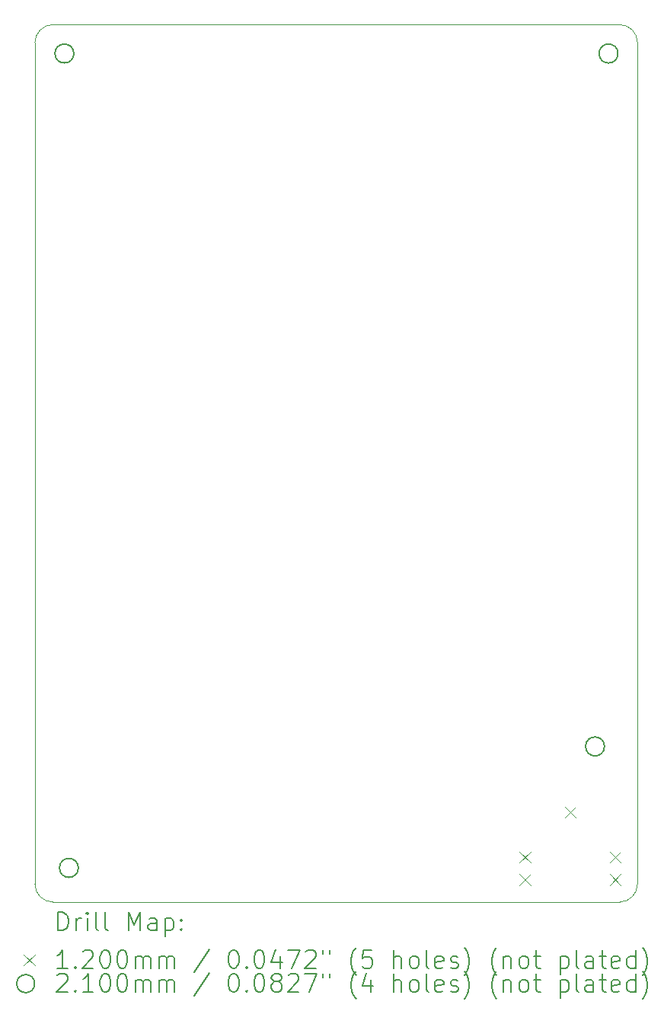
<source format=gbr>
%TF.GenerationSoftware,KiCad,Pcbnew,9.0.0*%
%TF.CreationDate,2025-04-29T20:47:37-04:00*%
%TF.ProjectId,mp3_player,6d70335f-706c-4617-9965-722e6b696361,rev?*%
%TF.SameCoordinates,Original*%
%TF.FileFunction,Drillmap*%
%TF.FilePolarity,Positive*%
%FSLAX45Y45*%
G04 Gerber Fmt 4.5, Leading zero omitted, Abs format (unit mm)*
G04 Created by KiCad (PCBNEW 9.0.0) date 2025-04-29 20:47:37*
%MOMM*%
%LPD*%
G01*
G04 APERTURE LIST*
%ADD10C,0.050000*%
%ADD11C,0.200000*%
%ADD12C,0.120000*%
%ADD13C,0.210000*%
G04 APERTURE END LIST*
D10*
X10672438Y-5179300D02*
G75*
G02*
X10872438Y-4979298I200003J0D01*
G01*
X10872438Y-14729300D02*
G75*
G02*
X10672440Y-14529300I3J200000D01*
G01*
X17172438Y-4979300D02*
G75*
G02*
X17372440Y-5179300I3J-200000D01*
G01*
X17372438Y-14529300D02*
G75*
G02*
X17172438Y-14729297I-199998J0D01*
G01*
X10672438Y-14529300D02*
X10672438Y-5179300D01*
X10872438Y-4979300D02*
X17172438Y-4979300D01*
X17172438Y-14729300D02*
X10872438Y-14729300D01*
X17372438Y-5179300D02*
X17372438Y-14529300D01*
D11*
D12*
X16062437Y-14169300D02*
X16182437Y-14289300D01*
X16182437Y-14169300D02*
X16062437Y-14289300D01*
X16062437Y-14419300D02*
X16182437Y-14539300D01*
X16182437Y-14419300D02*
X16062437Y-14539300D01*
X16562437Y-13669300D02*
X16682437Y-13789300D01*
X16682437Y-13669300D02*
X16562437Y-13789300D01*
X17062438Y-14169300D02*
X17182438Y-14289300D01*
X17182438Y-14169300D02*
X17062438Y-14289300D01*
X17062438Y-14419300D02*
X17182438Y-14539300D01*
X17182438Y-14419300D02*
X17062438Y-14539300D01*
D13*
X11105000Y-5300000D02*
G75*
G02*
X10895000Y-5300000I-105000J0D01*
G01*
X10895000Y-5300000D02*
G75*
G02*
X11105000Y-5300000I105000J0D01*
G01*
X11155000Y-14350000D02*
G75*
G02*
X10945000Y-14350000I-105000J0D01*
G01*
X10945000Y-14350000D02*
G75*
G02*
X11155000Y-14350000I105000J0D01*
G01*
X17005000Y-13000000D02*
G75*
G02*
X16795000Y-13000000I-105000J0D01*
G01*
X16795000Y-13000000D02*
G75*
G02*
X17005000Y-13000000I105000J0D01*
G01*
X17155000Y-5300000D02*
G75*
G02*
X16945000Y-5300000I-105000J0D01*
G01*
X16945000Y-5300000D02*
G75*
G02*
X17155000Y-5300000I105000J0D01*
G01*
D11*
X10930714Y-15043284D02*
X10930714Y-14843284D01*
X10930714Y-14843284D02*
X10978333Y-14843284D01*
X10978333Y-14843284D02*
X11006905Y-14852808D01*
X11006905Y-14852808D02*
X11025952Y-14871855D01*
X11025952Y-14871855D02*
X11035476Y-14890903D01*
X11035476Y-14890903D02*
X11045000Y-14928998D01*
X11045000Y-14928998D02*
X11045000Y-14957569D01*
X11045000Y-14957569D02*
X11035476Y-14995665D01*
X11035476Y-14995665D02*
X11025952Y-15014712D01*
X11025952Y-15014712D02*
X11006905Y-15033760D01*
X11006905Y-15033760D02*
X10978333Y-15043284D01*
X10978333Y-15043284D02*
X10930714Y-15043284D01*
X11130714Y-15043284D02*
X11130714Y-14909950D01*
X11130714Y-14948046D02*
X11140238Y-14928998D01*
X11140238Y-14928998D02*
X11149762Y-14919474D01*
X11149762Y-14919474D02*
X11168810Y-14909950D01*
X11168810Y-14909950D02*
X11187857Y-14909950D01*
X11254524Y-15043284D02*
X11254524Y-14909950D01*
X11254524Y-14843284D02*
X11245000Y-14852808D01*
X11245000Y-14852808D02*
X11254524Y-14862331D01*
X11254524Y-14862331D02*
X11264048Y-14852808D01*
X11264048Y-14852808D02*
X11254524Y-14843284D01*
X11254524Y-14843284D02*
X11254524Y-14862331D01*
X11378333Y-15043284D02*
X11359286Y-15033760D01*
X11359286Y-15033760D02*
X11349762Y-15014712D01*
X11349762Y-15014712D02*
X11349762Y-14843284D01*
X11483095Y-15043284D02*
X11464048Y-15033760D01*
X11464048Y-15033760D02*
X11454524Y-15014712D01*
X11454524Y-15014712D02*
X11454524Y-14843284D01*
X11711667Y-15043284D02*
X11711667Y-14843284D01*
X11711667Y-14843284D02*
X11778333Y-14986141D01*
X11778333Y-14986141D02*
X11845000Y-14843284D01*
X11845000Y-14843284D02*
X11845000Y-15043284D01*
X12025952Y-15043284D02*
X12025952Y-14938522D01*
X12025952Y-14938522D02*
X12016429Y-14919474D01*
X12016429Y-14919474D02*
X11997381Y-14909950D01*
X11997381Y-14909950D02*
X11959286Y-14909950D01*
X11959286Y-14909950D02*
X11940238Y-14919474D01*
X12025952Y-15033760D02*
X12006905Y-15043284D01*
X12006905Y-15043284D02*
X11959286Y-15043284D01*
X11959286Y-15043284D02*
X11940238Y-15033760D01*
X11940238Y-15033760D02*
X11930714Y-15014712D01*
X11930714Y-15014712D02*
X11930714Y-14995665D01*
X11930714Y-14995665D02*
X11940238Y-14976617D01*
X11940238Y-14976617D02*
X11959286Y-14967093D01*
X11959286Y-14967093D02*
X12006905Y-14967093D01*
X12006905Y-14967093D02*
X12025952Y-14957569D01*
X12121190Y-14909950D02*
X12121190Y-15109950D01*
X12121190Y-14919474D02*
X12140238Y-14909950D01*
X12140238Y-14909950D02*
X12178333Y-14909950D01*
X12178333Y-14909950D02*
X12197381Y-14919474D01*
X12197381Y-14919474D02*
X12206905Y-14928998D01*
X12206905Y-14928998D02*
X12216429Y-14948046D01*
X12216429Y-14948046D02*
X12216429Y-15005188D01*
X12216429Y-15005188D02*
X12206905Y-15024236D01*
X12206905Y-15024236D02*
X12197381Y-15033760D01*
X12197381Y-15033760D02*
X12178333Y-15043284D01*
X12178333Y-15043284D02*
X12140238Y-15043284D01*
X12140238Y-15043284D02*
X12121190Y-15033760D01*
X12302143Y-15024236D02*
X12311667Y-15033760D01*
X12311667Y-15033760D02*
X12302143Y-15043284D01*
X12302143Y-15043284D02*
X12292619Y-15033760D01*
X12292619Y-15033760D02*
X12302143Y-15024236D01*
X12302143Y-15024236D02*
X12302143Y-15043284D01*
X12302143Y-14919474D02*
X12311667Y-14928998D01*
X12311667Y-14928998D02*
X12302143Y-14938522D01*
X12302143Y-14938522D02*
X12292619Y-14928998D01*
X12292619Y-14928998D02*
X12302143Y-14919474D01*
X12302143Y-14919474D02*
X12302143Y-14938522D01*
D12*
X10549938Y-15311800D02*
X10669938Y-15431800D01*
X10669938Y-15311800D02*
X10549938Y-15431800D01*
D11*
X11035476Y-15463284D02*
X10921191Y-15463284D01*
X10978333Y-15463284D02*
X10978333Y-15263284D01*
X10978333Y-15263284D02*
X10959286Y-15291855D01*
X10959286Y-15291855D02*
X10940238Y-15310903D01*
X10940238Y-15310903D02*
X10921191Y-15320427D01*
X11121191Y-15444236D02*
X11130714Y-15453760D01*
X11130714Y-15453760D02*
X11121191Y-15463284D01*
X11121191Y-15463284D02*
X11111667Y-15453760D01*
X11111667Y-15453760D02*
X11121191Y-15444236D01*
X11121191Y-15444236D02*
X11121191Y-15463284D01*
X11206905Y-15282331D02*
X11216429Y-15272808D01*
X11216429Y-15272808D02*
X11235476Y-15263284D01*
X11235476Y-15263284D02*
X11283095Y-15263284D01*
X11283095Y-15263284D02*
X11302143Y-15272808D01*
X11302143Y-15272808D02*
X11311667Y-15282331D01*
X11311667Y-15282331D02*
X11321190Y-15301379D01*
X11321190Y-15301379D02*
X11321190Y-15320427D01*
X11321190Y-15320427D02*
X11311667Y-15348998D01*
X11311667Y-15348998D02*
X11197381Y-15463284D01*
X11197381Y-15463284D02*
X11321190Y-15463284D01*
X11445000Y-15263284D02*
X11464048Y-15263284D01*
X11464048Y-15263284D02*
X11483095Y-15272808D01*
X11483095Y-15272808D02*
X11492619Y-15282331D01*
X11492619Y-15282331D02*
X11502143Y-15301379D01*
X11502143Y-15301379D02*
X11511667Y-15339474D01*
X11511667Y-15339474D02*
X11511667Y-15387093D01*
X11511667Y-15387093D02*
X11502143Y-15425188D01*
X11502143Y-15425188D02*
X11492619Y-15444236D01*
X11492619Y-15444236D02*
X11483095Y-15453760D01*
X11483095Y-15453760D02*
X11464048Y-15463284D01*
X11464048Y-15463284D02*
X11445000Y-15463284D01*
X11445000Y-15463284D02*
X11425952Y-15453760D01*
X11425952Y-15453760D02*
X11416429Y-15444236D01*
X11416429Y-15444236D02*
X11406905Y-15425188D01*
X11406905Y-15425188D02*
X11397381Y-15387093D01*
X11397381Y-15387093D02*
X11397381Y-15339474D01*
X11397381Y-15339474D02*
X11406905Y-15301379D01*
X11406905Y-15301379D02*
X11416429Y-15282331D01*
X11416429Y-15282331D02*
X11425952Y-15272808D01*
X11425952Y-15272808D02*
X11445000Y-15263284D01*
X11635476Y-15263284D02*
X11654524Y-15263284D01*
X11654524Y-15263284D02*
X11673571Y-15272808D01*
X11673571Y-15272808D02*
X11683095Y-15282331D01*
X11683095Y-15282331D02*
X11692619Y-15301379D01*
X11692619Y-15301379D02*
X11702143Y-15339474D01*
X11702143Y-15339474D02*
X11702143Y-15387093D01*
X11702143Y-15387093D02*
X11692619Y-15425188D01*
X11692619Y-15425188D02*
X11683095Y-15444236D01*
X11683095Y-15444236D02*
X11673571Y-15453760D01*
X11673571Y-15453760D02*
X11654524Y-15463284D01*
X11654524Y-15463284D02*
X11635476Y-15463284D01*
X11635476Y-15463284D02*
X11616429Y-15453760D01*
X11616429Y-15453760D02*
X11606905Y-15444236D01*
X11606905Y-15444236D02*
X11597381Y-15425188D01*
X11597381Y-15425188D02*
X11587857Y-15387093D01*
X11587857Y-15387093D02*
X11587857Y-15339474D01*
X11587857Y-15339474D02*
X11597381Y-15301379D01*
X11597381Y-15301379D02*
X11606905Y-15282331D01*
X11606905Y-15282331D02*
X11616429Y-15272808D01*
X11616429Y-15272808D02*
X11635476Y-15263284D01*
X11787857Y-15463284D02*
X11787857Y-15329950D01*
X11787857Y-15348998D02*
X11797381Y-15339474D01*
X11797381Y-15339474D02*
X11816429Y-15329950D01*
X11816429Y-15329950D02*
X11845000Y-15329950D01*
X11845000Y-15329950D02*
X11864048Y-15339474D01*
X11864048Y-15339474D02*
X11873571Y-15358522D01*
X11873571Y-15358522D02*
X11873571Y-15463284D01*
X11873571Y-15358522D02*
X11883095Y-15339474D01*
X11883095Y-15339474D02*
X11902143Y-15329950D01*
X11902143Y-15329950D02*
X11930714Y-15329950D01*
X11930714Y-15329950D02*
X11949762Y-15339474D01*
X11949762Y-15339474D02*
X11959286Y-15358522D01*
X11959286Y-15358522D02*
X11959286Y-15463284D01*
X12054524Y-15463284D02*
X12054524Y-15329950D01*
X12054524Y-15348998D02*
X12064048Y-15339474D01*
X12064048Y-15339474D02*
X12083095Y-15329950D01*
X12083095Y-15329950D02*
X12111667Y-15329950D01*
X12111667Y-15329950D02*
X12130714Y-15339474D01*
X12130714Y-15339474D02*
X12140238Y-15358522D01*
X12140238Y-15358522D02*
X12140238Y-15463284D01*
X12140238Y-15358522D02*
X12149762Y-15339474D01*
X12149762Y-15339474D02*
X12168810Y-15329950D01*
X12168810Y-15329950D02*
X12197381Y-15329950D01*
X12197381Y-15329950D02*
X12216429Y-15339474D01*
X12216429Y-15339474D02*
X12225952Y-15358522D01*
X12225952Y-15358522D02*
X12225952Y-15463284D01*
X12616429Y-15253760D02*
X12445000Y-15510903D01*
X12873572Y-15263284D02*
X12892619Y-15263284D01*
X12892619Y-15263284D02*
X12911667Y-15272808D01*
X12911667Y-15272808D02*
X12921191Y-15282331D01*
X12921191Y-15282331D02*
X12930714Y-15301379D01*
X12930714Y-15301379D02*
X12940238Y-15339474D01*
X12940238Y-15339474D02*
X12940238Y-15387093D01*
X12940238Y-15387093D02*
X12930714Y-15425188D01*
X12930714Y-15425188D02*
X12921191Y-15444236D01*
X12921191Y-15444236D02*
X12911667Y-15453760D01*
X12911667Y-15453760D02*
X12892619Y-15463284D01*
X12892619Y-15463284D02*
X12873572Y-15463284D01*
X12873572Y-15463284D02*
X12854524Y-15453760D01*
X12854524Y-15453760D02*
X12845000Y-15444236D01*
X12845000Y-15444236D02*
X12835476Y-15425188D01*
X12835476Y-15425188D02*
X12825953Y-15387093D01*
X12825953Y-15387093D02*
X12825953Y-15339474D01*
X12825953Y-15339474D02*
X12835476Y-15301379D01*
X12835476Y-15301379D02*
X12845000Y-15282331D01*
X12845000Y-15282331D02*
X12854524Y-15272808D01*
X12854524Y-15272808D02*
X12873572Y-15263284D01*
X13025953Y-15444236D02*
X13035476Y-15453760D01*
X13035476Y-15453760D02*
X13025953Y-15463284D01*
X13025953Y-15463284D02*
X13016429Y-15453760D01*
X13016429Y-15453760D02*
X13025953Y-15444236D01*
X13025953Y-15444236D02*
X13025953Y-15463284D01*
X13159286Y-15263284D02*
X13178334Y-15263284D01*
X13178334Y-15263284D02*
X13197381Y-15272808D01*
X13197381Y-15272808D02*
X13206905Y-15282331D01*
X13206905Y-15282331D02*
X13216429Y-15301379D01*
X13216429Y-15301379D02*
X13225953Y-15339474D01*
X13225953Y-15339474D02*
X13225953Y-15387093D01*
X13225953Y-15387093D02*
X13216429Y-15425188D01*
X13216429Y-15425188D02*
X13206905Y-15444236D01*
X13206905Y-15444236D02*
X13197381Y-15453760D01*
X13197381Y-15453760D02*
X13178334Y-15463284D01*
X13178334Y-15463284D02*
X13159286Y-15463284D01*
X13159286Y-15463284D02*
X13140238Y-15453760D01*
X13140238Y-15453760D02*
X13130714Y-15444236D01*
X13130714Y-15444236D02*
X13121191Y-15425188D01*
X13121191Y-15425188D02*
X13111667Y-15387093D01*
X13111667Y-15387093D02*
X13111667Y-15339474D01*
X13111667Y-15339474D02*
X13121191Y-15301379D01*
X13121191Y-15301379D02*
X13130714Y-15282331D01*
X13130714Y-15282331D02*
X13140238Y-15272808D01*
X13140238Y-15272808D02*
X13159286Y-15263284D01*
X13397381Y-15329950D02*
X13397381Y-15463284D01*
X13349762Y-15253760D02*
X13302143Y-15396617D01*
X13302143Y-15396617D02*
X13425953Y-15396617D01*
X13483095Y-15263284D02*
X13616429Y-15263284D01*
X13616429Y-15263284D02*
X13530714Y-15463284D01*
X13683095Y-15282331D02*
X13692619Y-15272808D01*
X13692619Y-15272808D02*
X13711667Y-15263284D01*
X13711667Y-15263284D02*
X13759286Y-15263284D01*
X13759286Y-15263284D02*
X13778334Y-15272808D01*
X13778334Y-15272808D02*
X13787857Y-15282331D01*
X13787857Y-15282331D02*
X13797381Y-15301379D01*
X13797381Y-15301379D02*
X13797381Y-15320427D01*
X13797381Y-15320427D02*
X13787857Y-15348998D01*
X13787857Y-15348998D02*
X13673572Y-15463284D01*
X13673572Y-15463284D02*
X13797381Y-15463284D01*
X13873572Y-15263284D02*
X13873572Y-15301379D01*
X13949762Y-15263284D02*
X13949762Y-15301379D01*
X14245000Y-15539474D02*
X14235476Y-15529950D01*
X14235476Y-15529950D02*
X14216429Y-15501379D01*
X14216429Y-15501379D02*
X14206905Y-15482331D01*
X14206905Y-15482331D02*
X14197381Y-15453760D01*
X14197381Y-15453760D02*
X14187857Y-15406141D01*
X14187857Y-15406141D02*
X14187857Y-15368046D01*
X14187857Y-15368046D02*
X14197381Y-15320427D01*
X14197381Y-15320427D02*
X14206905Y-15291855D01*
X14206905Y-15291855D02*
X14216429Y-15272808D01*
X14216429Y-15272808D02*
X14235476Y-15244236D01*
X14235476Y-15244236D02*
X14245000Y-15234712D01*
X14416429Y-15263284D02*
X14321191Y-15263284D01*
X14321191Y-15263284D02*
X14311667Y-15358522D01*
X14311667Y-15358522D02*
X14321191Y-15348998D01*
X14321191Y-15348998D02*
X14340238Y-15339474D01*
X14340238Y-15339474D02*
X14387857Y-15339474D01*
X14387857Y-15339474D02*
X14406905Y-15348998D01*
X14406905Y-15348998D02*
X14416429Y-15358522D01*
X14416429Y-15358522D02*
X14425953Y-15377569D01*
X14425953Y-15377569D02*
X14425953Y-15425188D01*
X14425953Y-15425188D02*
X14416429Y-15444236D01*
X14416429Y-15444236D02*
X14406905Y-15453760D01*
X14406905Y-15453760D02*
X14387857Y-15463284D01*
X14387857Y-15463284D02*
X14340238Y-15463284D01*
X14340238Y-15463284D02*
X14321191Y-15453760D01*
X14321191Y-15453760D02*
X14311667Y-15444236D01*
X14664048Y-15463284D02*
X14664048Y-15263284D01*
X14749762Y-15463284D02*
X14749762Y-15358522D01*
X14749762Y-15358522D02*
X14740238Y-15339474D01*
X14740238Y-15339474D02*
X14721191Y-15329950D01*
X14721191Y-15329950D02*
X14692619Y-15329950D01*
X14692619Y-15329950D02*
X14673572Y-15339474D01*
X14673572Y-15339474D02*
X14664048Y-15348998D01*
X14873572Y-15463284D02*
X14854524Y-15453760D01*
X14854524Y-15453760D02*
X14845000Y-15444236D01*
X14845000Y-15444236D02*
X14835477Y-15425188D01*
X14835477Y-15425188D02*
X14835477Y-15368046D01*
X14835477Y-15368046D02*
X14845000Y-15348998D01*
X14845000Y-15348998D02*
X14854524Y-15339474D01*
X14854524Y-15339474D02*
X14873572Y-15329950D01*
X14873572Y-15329950D02*
X14902143Y-15329950D01*
X14902143Y-15329950D02*
X14921191Y-15339474D01*
X14921191Y-15339474D02*
X14930715Y-15348998D01*
X14930715Y-15348998D02*
X14940238Y-15368046D01*
X14940238Y-15368046D02*
X14940238Y-15425188D01*
X14940238Y-15425188D02*
X14930715Y-15444236D01*
X14930715Y-15444236D02*
X14921191Y-15453760D01*
X14921191Y-15453760D02*
X14902143Y-15463284D01*
X14902143Y-15463284D02*
X14873572Y-15463284D01*
X15054524Y-15463284D02*
X15035477Y-15453760D01*
X15035477Y-15453760D02*
X15025953Y-15434712D01*
X15025953Y-15434712D02*
X15025953Y-15263284D01*
X15206905Y-15453760D02*
X15187858Y-15463284D01*
X15187858Y-15463284D02*
X15149762Y-15463284D01*
X15149762Y-15463284D02*
X15130715Y-15453760D01*
X15130715Y-15453760D02*
X15121191Y-15434712D01*
X15121191Y-15434712D02*
X15121191Y-15358522D01*
X15121191Y-15358522D02*
X15130715Y-15339474D01*
X15130715Y-15339474D02*
X15149762Y-15329950D01*
X15149762Y-15329950D02*
X15187858Y-15329950D01*
X15187858Y-15329950D02*
X15206905Y-15339474D01*
X15206905Y-15339474D02*
X15216429Y-15358522D01*
X15216429Y-15358522D02*
X15216429Y-15377569D01*
X15216429Y-15377569D02*
X15121191Y-15396617D01*
X15292619Y-15453760D02*
X15311667Y-15463284D01*
X15311667Y-15463284D02*
X15349762Y-15463284D01*
X15349762Y-15463284D02*
X15368810Y-15453760D01*
X15368810Y-15453760D02*
X15378334Y-15434712D01*
X15378334Y-15434712D02*
X15378334Y-15425188D01*
X15378334Y-15425188D02*
X15368810Y-15406141D01*
X15368810Y-15406141D02*
X15349762Y-15396617D01*
X15349762Y-15396617D02*
X15321191Y-15396617D01*
X15321191Y-15396617D02*
X15302143Y-15387093D01*
X15302143Y-15387093D02*
X15292619Y-15368046D01*
X15292619Y-15368046D02*
X15292619Y-15358522D01*
X15292619Y-15358522D02*
X15302143Y-15339474D01*
X15302143Y-15339474D02*
X15321191Y-15329950D01*
X15321191Y-15329950D02*
X15349762Y-15329950D01*
X15349762Y-15329950D02*
X15368810Y-15339474D01*
X15445000Y-15539474D02*
X15454524Y-15529950D01*
X15454524Y-15529950D02*
X15473572Y-15501379D01*
X15473572Y-15501379D02*
X15483096Y-15482331D01*
X15483096Y-15482331D02*
X15492619Y-15453760D01*
X15492619Y-15453760D02*
X15502143Y-15406141D01*
X15502143Y-15406141D02*
X15502143Y-15368046D01*
X15502143Y-15368046D02*
X15492619Y-15320427D01*
X15492619Y-15320427D02*
X15483096Y-15291855D01*
X15483096Y-15291855D02*
X15473572Y-15272808D01*
X15473572Y-15272808D02*
X15454524Y-15244236D01*
X15454524Y-15244236D02*
X15445000Y-15234712D01*
X15806905Y-15539474D02*
X15797381Y-15529950D01*
X15797381Y-15529950D02*
X15778334Y-15501379D01*
X15778334Y-15501379D02*
X15768810Y-15482331D01*
X15768810Y-15482331D02*
X15759286Y-15453760D01*
X15759286Y-15453760D02*
X15749762Y-15406141D01*
X15749762Y-15406141D02*
X15749762Y-15368046D01*
X15749762Y-15368046D02*
X15759286Y-15320427D01*
X15759286Y-15320427D02*
X15768810Y-15291855D01*
X15768810Y-15291855D02*
X15778334Y-15272808D01*
X15778334Y-15272808D02*
X15797381Y-15244236D01*
X15797381Y-15244236D02*
X15806905Y-15234712D01*
X15883096Y-15329950D02*
X15883096Y-15463284D01*
X15883096Y-15348998D02*
X15892619Y-15339474D01*
X15892619Y-15339474D02*
X15911667Y-15329950D01*
X15911667Y-15329950D02*
X15940239Y-15329950D01*
X15940239Y-15329950D02*
X15959286Y-15339474D01*
X15959286Y-15339474D02*
X15968810Y-15358522D01*
X15968810Y-15358522D02*
X15968810Y-15463284D01*
X16092619Y-15463284D02*
X16073572Y-15453760D01*
X16073572Y-15453760D02*
X16064048Y-15444236D01*
X16064048Y-15444236D02*
X16054524Y-15425188D01*
X16054524Y-15425188D02*
X16054524Y-15368046D01*
X16054524Y-15368046D02*
X16064048Y-15348998D01*
X16064048Y-15348998D02*
X16073572Y-15339474D01*
X16073572Y-15339474D02*
X16092619Y-15329950D01*
X16092619Y-15329950D02*
X16121191Y-15329950D01*
X16121191Y-15329950D02*
X16140239Y-15339474D01*
X16140239Y-15339474D02*
X16149762Y-15348998D01*
X16149762Y-15348998D02*
X16159286Y-15368046D01*
X16159286Y-15368046D02*
X16159286Y-15425188D01*
X16159286Y-15425188D02*
X16149762Y-15444236D01*
X16149762Y-15444236D02*
X16140239Y-15453760D01*
X16140239Y-15453760D02*
X16121191Y-15463284D01*
X16121191Y-15463284D02*
X16092619Y-15463284D01*
X16216429Y-15329950D02*
X16292619Y-15329950D01*
X16245000Y-15263284D02*
X16245000Y-15434712D01*
X16245000Y-15434712D02*
X16254524Y-15453760D01*
X16254524Y-15453760D02*
X16273572Y-15463284D01*
X16273572Y-15463284D02*
X16292619Y-15463284D01*
X16511667Y-15329950D02*
X16511667Y-15529950D01*
X16511667Y-15339474D02*
X16530715Y-15329950D01*
X16530715Y-15329950D02*
X16568810Y-15329950D01*
X16568810Y-15329950D02*
X16587858Y-15339474D01*
X16587858Y-15339474D02*
X16597381Y-15348998D01*
X16597381Y-15348998D02*
X16606905Y-15368046D01*
X16606905Y-15368046D02*
X16606905Y-15425188D01*
X16606905Y-15425188D02*
X16597381Y-15444236D01*
X16597381Y-15444236D02*
X16587858Y-15453760D01*
X16587858Y-15453760D02*
X16568810Y-15463284D01*
X16568810Y-15463284D02*
X16530715Y-15463284D01*
X16530715Y-15463284D02*
X16511667Y-15453760D01*
X16721191Y-15463284D02*
X16702143Y-15453760D01*
X16702143Y-15453760D02*
X16692620Y-15434712D01*
X16692620Y-15434712D02*
X16692620Y-15263284D01*
X16883096Y-15463284D02*
X16883096Y-15358522D01*
X16883096Y-15358522D02*
X16873572Y-15339474D01*
X16873572Y-15339474D02*
X16854524Y-15329950D01*
X16854524Y-15329950D02*
X16816429Y-15329950D01*
X16816429Y-15329950D02*
X16797382Y-15339474D01*
X16883096Y-15453760D02*
X16864048Y-15463284D01*
X16864048Y-15463284D02*
X16816429Y-15463284D01*
X16816429Y-15463284D02*
X16797382Y-15453760D01*
X16797382Y-15453760D02*
X16787858Y-15434712D01*
X16787858Y-15434712D02*
X16787858Y-15415665D01*
X16787858Y-15415665D02*
X16797382Y-15396617D01*
X16797382Y-15396617D02*
X16816429Y-15387093D01*
X16816429Y-15387093D02*
X16864048Y-15387093D01*
X16864048Y-15387093D02*
X16883096Y-15377569D01*
X16949763Y-15329950D02*
X17025953Y-15329950D01*
X16978334Y-15263284D02*
X16978334Y-15434712D01*
X16978334Y-15434712D02*
X16987858Y-15453760D01*
X16987858Y-15453760D02*
X17006905Y-15463284D01*
X17006905Y-15463284D02*
X17025953Y-15463284D01*
X17168810Y-15453760D02*
X17149763Y-15463284D01*
X17149763Y-15463284D02*
X17111667Y-15463284D01*
X17111667Y-15463284D02*
X17092620Y-15453760D01*
X17092620Y-15453760D02*
X17083096Y-15434712D01*
X17083096Y-15434712D02*
X17083096Y-15358522D01*
X17083096Y-15358522D02*
X17092620Y-15339474D01*
X17092620Y-15339474D02*
X17111667Y-15329950D01*
X17111667Y-15329950D02*
X17149763Y-15329950D01*
X17149763Y-15329950D02*
X17168810Y-15339474D01*
X17168810Y-15339474D02*
X17178334Y-15358522D01*
X17178334Y-15358522D02*
X17178334Y-15377569D01*
X17178334Y-15377569D02*
X17083096Y-15396617D01*
X17349763Y-15463284D02*
X17349763Y-15263284D01*
X17349763Y-15453760D02*
X17330715Y-15463284D01*
X17330715Y-15463284D02*
X17292620Y-15463284D01*
X17292620Y-15463284D02*
X17273572Y-15453760D01*
X17273572Y-15453760D02*
X17264048Y-15444236D01*
X17264048Y-15444236D02*
X17254524Y-15425188D01*
X17254524Y-15425188D02*
X17254524Y-15368046D01*
X17254524Y-15368046D02*
X17264048Y-15348998D01*
X17264048Y-15348998D02*
X17273572Y-15339474D01*
X17273572Y-15339474D02*
X17292620Y-15329950D01*
X17292620Y-15329950D02*
X17330715Y-15329950D01*
X17330715Y-15329950D02*
X17349763Y-15339474D01*
X17425953Y-15539474D02*
X17435477Y-15529950D01*
X17435477Y-15529950D02*
X17454524Y-15501379D01*
X17454524Y-15501379D02*
X17464048Y-15482331D01*
X17464048Y-15482331D02*
X17473572Y-15453760D01*
X17473572Y-15453760D02*
X17483096Y-15406141D01*
X17483096Y-15406141D02*
X17483096Y-15368046D01*
X17483096Y-15368046D02*
X17473572Y-15320427D01*
X17473572Y-15320427D02*
X17464048Y-15291855D01*
X17464048Y-15291855D02*
X17454524Y-15272808D01*
X17454524Y-15272808D02*
X17435477Y-15244236D01*
X17435477Y-15244236D02*
X17425953Y-15234712D01*
X10669938Y-15635800D02*
G75*
G02*
X10469938Y-15635800I-100000J0D01*
G01*
X10469938Y-15635800D02*
G75*
G02*
X10669938Y-15635800I100000J0D01*
G01*
X10921191Y-15546331D02*
X10930714Y-15536808D01*
X10930714Y-15536808D02*
X10949762Y-15527284D01*
X10949762Y-15527284D02*
X10997381Y-15527284D01*
X10997381Y-15527284D02*
X11016429Y-15536808D01*
X11016429Y-15536808D02*
X11025952Y-15546331D01*
X11025952Y-15546331D02*
X11035476Y-15565379D01*
X11035476Y-15565379D02*
X11035476Y-15584427D01*
X11035476Y-15584427D02*
X11025952Y-15612998D01*
X11025952Y-15612998D02*
X10911667Y-15727284D01*
X10911667Y-15727284D02*
X11035476Y-15727284D01*
X11121191Y-15708236D02*
X11130714Y-15717760D01*
X11130714Y-15717760D02*
X11121191Y-15727284D01*
X11121191Y-15727284D02*
X11111667Y-15717760D01*
X11111667Y-15717760D02*
X11121191Y-15708236D01*
X11121191Y-15708236D02*
X11121191Y-15727284D01*
X11321190Y-15727284D02*
X11206905Y-15727284D01*
X11264048Y-15727284D02*
X11264048Y-15527284D01*
X11264048Y-15527284D02*
X11245000Y-15555855D01*
X11245000Y-15555855D02*
X11225952Y-15574903D01*
X11225952Y-15574903D02*
X11206905Y-15584427D01*
X11445000Y-15527284D02*
X11464048Y-15527284D01*
X11464048Y-15527284D02*
X11483095Y-15536808D01*
X11483095Y-15536808D02*
X11492619Y-15546331D01*
X11492619Y-15546331D02*
X11502143Y-15565379D01*
X11502143Y-15565379D02*
X11511667Y-15603474D01*
X11511667Y-15603474D02*
X11511667Y-15651093D01*
X11511667Y-15651093D02*
X11502143Y-15689188D01*
X11502143Y-15689188D02*
X11492619Y-15708236D01*
X11492619Y-15708236D02*
X11483095Y-15717760D01*
X11483095Y-15717760D02*
X11464048Y-15727284D01*
X11464048Y-15727284D02*
X11445000Y-15727284D01*
X11445000Y-15727284D02*
X11425952Y-15717760D01*
X11425952Y-15717760D02*
X11416429Y-15708236D01*
X11416429Y-15708236D02*
X11406905Y-15689188D01*
X11406905Y-15689188D02*
X11397381Y-15651093D01*
X11397381Y-15651093D02*
X11397381Y-15603474D01*
X11397381Y-15603474D02*
X11406905Y-15565379D01*
X11406905Y-15565379D02*
X11416429Y-15546331D01*
X11416429Y-15546331D02*
X11425952Y-15536808D01*
X11425952Y-15536808D02*
X11445000Y-15527284D01*
X11635476Y-15527284D02*
X11654524Y-15527284D01*
X11654524Y-15527284D02*
X11673571Y-15536808D01*
X11673571Y-15536808D02*
X11683095Y-15546331D01*
X11683095Y-15546331D02*
X11692619Y-15565379D01*
X11692619Y-15565379D02*
X11702143Y-15603474D01*
X11702143Y-15603474D02*
X11702143Y-15651093D01*
X11702143Y-15651093D02*
X11692619Y-15689188D01*
X11692619Y-15689188D02*
X11683095Y-15708236D01*
X11683095Y-15708236D02*
X11673571Y-15717760D01*
X11673571Y-15717760D02*
X11654524Y-15727284D01*
X11654524Y-15727284D02*
X11635476Y-15727284D01*
X11635476Y-15727284D02*
X11616429Y-15717760D01*
X11616429Y-15717760D02*
X11606905Y-15708236D01*
X11606905Y-15708236D02*
X11597381Y-15689188D01*
X11597381Y-15689188D02*
X11587857Y-15651093D01*
X11587857Y-15651093D02*
X11587857Y-15603474D01*
X11587857Y-15603474D02*
X11597381Y-15565379D01*
X11597381Y-15565379D02*
X11606905Y-15546331D01*
X11606905Y-15546331D02*
X11616429Y-15536808D01*
X11616429Y-15536808D02*
X11635476Y-15527284D01*
X11787857Y-15727284D02*
X11787857Y-15593950D01*
X11787857Y-15612998D02*
X11797381Y-15603474D01*
X11797381Y-15603474D02*
X11816429Y-15593950D01*
X11816429Y-15593950D02*
X11845000Y-15593950D01*
X11845000Y-15593950D02*
X11864048Y-15603474D01*
X11864048Y-15603474D02*
X11873571Y-15622522D01*
X11873571Y-15622522D02*
X11873571Y-15727284D01*
X11873571Y-15622522D02*
X11883095Y-15603474D01*
X11883095Y-15603474D02*
X11902143Y-15593950D01*
X11902143Y-15593950D02*
X11930714Y-15593950D01*
X11930714Y-15593950D02*
X11949762Y-15603474D01*
X11949762Y-15603474D02*
X11959286Y-15622522D01*
X11959286Y-15622522D02*
X11959286Y-15727284D01*
X12054524Y-15727284D02*
X12054524Y-15593950D01*
X12054524Y-15612998D02*
X12064048Y-15603474D01*
X12064048Y-15603474D02*
X12083095Y-15593950D01*
X12083095Y-15593950D02*
X12111667Y-15593950D01*
X12111667Y-15593950D02*
X12130714Y-15603474D01*
X12130714Y-15603474D02*
X12140238Y-15622522D01*
X12140238Y-15622522D02*
X12140238Y-15727284D01*
X12140238Y-15622522D02*
X12149762Y-15603474D01*
X12149762Y-15603474D02*
X12168810Y-15593950D01*
X12168810Y-15593950D02*
X12197381Y-15593950D01*
X12197381Y-15593950D02*
X12216429Y-15603474D01*
X12216429Y-15603474D02*
X12225952Y-15622522D01*
X12225952Y-15622522D02*
X12225952Y-15727284D01*
X12616429Y-15517760D02*
X12445000Y-15774903D01*
X12873572Y-15527284D02*
X12892619Y-15527284D01*
X12892619Y-15527284D02*
X12911667Y-15536808D01*
X12911667Y-15536808D02*
X12921191Y-15546331D01*
X12921191Y-15546331D02*
X12930714Y-15565379D01*
X12930714Y-15565379D02*
X12940238Y-15603474D01*
X12940238Y-15603474D02*
X12940238Y-15651093D01*
X12940238Y-15651093D02*
X12930714Y-15689188D01*
X12930714Y-15689188D02*
X12921191Y-15708236D01*
X12921191Y-15708236D02*
X12911667Y-15717760D01*
X12911667Y-15717760D02*
X12892619Y-15727284D01*
X12892619Y-15727284D02*
X12873572Y-15727284D01*
X12873572Y-15727284D02*
X12854524Y-15717760D01*
X12854524Y-15717760D02*
X12845000Y-15708236D01*
X12845000Y-15708236D02*
X12835476Y-15689188D01*
X12835476Y-15689188D02*
X12825953Y-15651093D01*
X12825953Y-15651093D02*
X12825953Y-15603474D01*
X12825953Y-15603474D02*
X12835476Y-15565379D01*
X12835476Y-15565379D02*
X12845000Y-15546331D01*
X12845000Y-15546331D02*
X12854524Y-15536808D01*
X12854524Y-15536808D02*
X12873572Y-15527284D01*
X13025953Y-15708236D02*
X13035476Y-15717760D01*
X13035476Y-15717760D02*
X13025953Y-15727284D01*
X13025953Y-15727284D02*
X13016429Y-15717760D01*
X13016429Y-15717760D02*
X13025953Y-15708236D01*
X13025953Y-15708236D02*
X13025953Y-15727284D01*
X13159286Y-15527284D02*
X13178334Y-15527284D01*
X13178334Y-15527284D02*
X13197381Y-15536808D01*
X13197381Y-15536808D02*
X13206905Y-15546331D01*
X13206905Y-15546331D02*
X13216429Y-15565379D01*
X13216429Y-15565379D02*
X13225953Y-15603474D01*
X13225953Y-15603474D02*
X13225953Y-15651093D01*
X13225953Y-15651093D02*
X13216429Y-15689188D01*
X13216429Y-15689188D02*
X13206905Y-15708236D01*
X13206905Y-15708236D02*
X13197381Y-15717760D01*
X13197381Y-15717760D02*
X13178334Y-15727284D01*
X13178334Y-15727284D02*
X13159286Y-15727284D01*
X13159286Y-15727284D02*
X13140238Y-15717760D01*
X13140238Y-15717760D02*
X13130714Y-15708236D01*
X13130714Y-15708236D02*
X13121191Y-15689188D01*
X13121191Y-15689188D02*
X13111667Y-15651093D01*
X13111667Y-15651093D02*
X13111667Y-15603474D01*
X13111667Y-15603474D02*
X13121191Y-15565379D01*
X13121191Y-15565379D02*
X13130714Y-15546331D01*
X13130714Y-15546331D02*
X13140238Y-15536808D01*
X13140238Y-15536808D02*
X13159286Y-15527284D01*
X13340238Y-15612998D02*
X13321191Y-15603474D01*
X13321191Y-15603474D02*
X13311667Y-15593950D01*
X13311667Y-15593950D02*
X13302143Y-15574903D01*
X13302143Y-15574903D02*
X13302143Y-15565379D01*
X13302143Y-15565379D02*
X13311667Y-15546331D01*
X13311667Y-15546331D02*
X13321191Y-15536808D01*
X13321191Y-15536808D02*
X13340238Y-15527284D01*
X13340238Y-15527284D02*
X13378334Y-15527284D01*
X13378334Y-15527284D02*
X13397381Y-15536808D01*
X13397381Y-15536808D02*
X13406905Y-15546331D01*
X13406905Y-15546331D02*
X13416429Y-15565379D01*
X13416429Y-15565379D02*
X13416429Y-15574903D01*
X13416429Y-15574903D02*
X13406905Y-15593950D01*
X13406905Y-15593950D02*
X13397381Y-15603474D01*
X13397381Y-15603474D02*
X13378334Y-15612998D01*
X13378334Y-15612998D02*
X13340238Y-15612998D01*
X13340238Y-15612998D02*
X13321191Y-15622522D01*
X13321191Y-15622522D02*
X13311667Y-15632046D01*
X13311667Y-15632046D02*
X13302143Y-15651093D01*
X13302143Y-15651093D02*
X13302143Y-15689188D01*
X13302143Y-15689188D02*
X13311667Y-15708236D01*
X13311667Y-15708236D02*
X13321191Y-15717760D01*
X13321191Y-15717760D02*
X13340238Y-15727284D01*
X13340238Y-15727284D02*
X13378334Y-15727284D01*
X13378334Y-15727284D02*
X13397381Y-15717760D01*
X13397381Y-15717760D02*
X13406905Y-15708236D01*
X13406905Y-15708236D02*
X13416429Y-15689188D01*
X13416429Y-15689188D02*
X13416429Y-15651093D01*
X13416429Y-15651093D02*
X13406905Y-15632046D01*
X13406905Y-15632046D02*
X13397381Y-15622522D01*
X13397381Y-15622522D02*
X13378334Y-15612998D01*
X13492619Y-15546331D02*
X13502143Y-15536808D01*
X13502143Y-15536808D02*
X13521191Y-15527284D01*
X13521191Y-15527284D02*
X13568810Y-15527284D01*
X13568810Y-15527284D02*
X13587857Y-15536808D01*
X13587857Y-15536808D02*
X13597381Y-15546331D01*
X13597381Y-15546331D02*
X13606905Y-15565379D01*
X13606905Y-15565379D02*
X13606905Y-15584427D01*
X13606905Y-15584427D02*
X13597381Y-15612998D01*
X13597381Y-15612998D02*
X13483095Y-15727284D01*
X13483095Y-15727284D02*
X13606905Y-15727284D01*
X13673572Y-15527284D02*
X13806905Y-15527284D01*
X13806905Y-15527284D02*
X13721191Y-15727284D01*
X13873572Y-15527284D02*
X13873572Y-15565379D01*
X13949762Y-15527284D02*
X13949762Y-15565379D01*
X14245000Y-15803474D02*
X14235476Y-15793950D01*
X14235476Y-15793950D02*
X14216429Y-15765379D01*
X14216429Y-15765379D02*
X14206905Y-15746331D01*
X14206905Y-15746331D02*
X14197381Y-15717760D01*
X14197381Y-15717760D02*
X14187857Y-15670141D01*
X14187857Y-15670141D02*
X14187857Y-15632046D01*
X14187857Y-15632046D02*
X14197381Y-15584427D01*
X14197381Y-15584427D02*
X14206905Y-15555855D01*
X14206905Y-15555855D02*
X14216429Y-15536808D01*
X14216429Y-15536808D02*
X14235476Y-15508236D01*
X14235476Y-15508236D02*
X14245000Y-15498712D01*
X14406905Y-15593950D02*
X14406905Y-15727284D01*
X14359286Y-15517760D02*
X14311667Y-15660617D01*
X14311667Y-15660617D02*
X14435476Y-15660617D01*
X14664048Y-15727284D02*
X14664048Y-15527284D01*
X14749762Y-15727284D02*
X14749762Y-15622522D01*
X14749762Y-15622522D02*
X14740238Y-15603474D01*
X14740238Y-15603474D02*
X14721191Y-15593950D01*
X14721191Y-15593950D02*
X14692619Y-15593950D01*
X14692619Y-15593950D02*
X14673572Y-15603474D01*
X14673572Y-15603474D02*
X14664048Y-15612998D01*
X14873572Y-15727284D02*
X14854524Y-15717760D01*
X14854524Y-15717760D02*
X14845000Y-15708236D01*
X14845000Y-15708236D02*
X14835477Y-15689188D01*
X14835477Y-15689188D02*
X14835477Y-15632046D01*
X14835477Y-15632046D02*
X14845000Y-15612998D01*
X14845000Y-15612998D02*
X14854524Y-15603474D01*
X14854524Y-15603474D02*
X14873572Y-15593950D01*
X14873572Y-15593950D02*
X14902143Y-15593950D01*
X14902143Y-15593950D02*
X14921191Y-15603474D01*
X14921191Y-15603474D02*
X14930715Y-15612998D01*
X14930715Y-15612998D02*
X14940238Y-15632046D01*
X14940238Y-15632046D02*
X14940238Y-15689188D01*
X14940238Y-15689188D02*
X14930715Y-15708236D01*
X14930715Y-15708236D02*
X14921191Y-15717760D01*
X14921191Y-15717760D02*
X14902143Y-15727284D01*
X14902143Y-15727284D02*
X14873572Y-15727284D01*
X15054524Y-15727284D02*
X15035477Y-15717760D01*
X15035477Y-15717760D02*
X15025953Y-15698712D01*
X15025953Y-15698712D02*
X15025953Y-15527284D01*
X15206905Y-15717760D02*
X15187858Y-15727284D01*
X15187858Y-15727284D02*
X15149762Y-15727284D01*
X15149762Y-15727284D02*
X15130715Y-15717760D01*
X15130715Y-15717760D02*
X15121191Y-15698712D01*
X15121191Y-15698712D02*
X15121191Y-15622522D01*
X15121191Y-15622522D02*
X15130715Y-15603474D01*
X15130715Y-15603474D02*
X15149762Y-15593950D01*
X15149762Y-15593950D02*
X15187858Y-15593950D01*
X15187858Y-15593950D02*
X15206905Y-15603474D01*
X15206905Y-15603474D02*
X15216429Y-15622522D01*
X15216429Y-15622522D02*
X15216429Y-15641569D01*
X15216429Y-15641569D02*
X15121191Y-15660617D01*
X15292619Y-15717760D02*
X15311667Y-15727284D01*
X15311667Y-15727284D02*
X15349762Y-15727284D01*
X15349762Y-15727284D02*
X15368810Y-15717760D01*
X15368810Y-15717760D02*
X15378334Y-15698712D01*
X15378334Y-15698712D02*
X15378334Y-15689188D01*
X15378334Y-15689188D02*
X15368810Y-15670141D01*
X15368810Y-15670141D02*
X15349762Y-15660617D01*
X15349762Y-15660617D02*
X15321191Y-15660617D01*
X15321191Y-15660617D02*
X15302143Y-15651093D01*
X15302143Y-15651093D02*
X15292619Y-15632046D01*
X15292619Y-15632046D02*
X15292619Y-15622522D01*
X15292619Y-15622522D02*
X15302143Y-15603474D01*
X15302143Y-15603474D02*
X15321191Y-15593950D01*
X15321191Y-15593950D02*
X15349762Y-15593950D01*
X15349762Y-15593950D02*
X15368810Y-15603474D01*
X15445000Y-15803474D02*
X15454524Y-15793950D01*
X15454524Y-15793950D02*
X15473572Y-15765379D01*
X15473572Y-15765379D02*
X15483096Y-15746331D01*
X15483096Y-15746331D02*
X15492619Y-15717760D01*
X15492619Y-15717760D02*
X15502143Y-15670141D01*
X15502143Y-15670141D02*
X15502143Y-15632046D01*
X15502143Y-15632046D02*
X15492619Y-15584427D01*
X15492619Y-15584427D02*
X15483096Y-15555855D01*
X15483096Y-15555855D02*
X15473572Y-15536808D01*
X15473572Y-15536808D02*
X15454524Y-15508236D01*
X15454524Y-15508236D02*
X15445000Y-15498712D01*
X15806905Y-15803474D02*
X15797381Y-15793950D01*
X15797381Y-15793950D02*
X15778334Y-15765379D01*
X15778334Y-15765379D02*
X15768810Y-15746331D01*
X15768810Y-15746331D02*
X15759286Y-15717760D01*
X15759286Y-15717760D02*
X15749762Y-15670141D01*
X15749762Y-15670141D02*
X15749762Y-15632046D01*
X15749762Y-15632046D02*
X15759286Y-15584427D01*
X15759286Y-15584427D02*
X15768810Y-15555855D01*
X15768810Y-15555855D02*
X15778334Y-15536808D01*
X15778334Y-15536808D02*
X15797381Y-15508236D01*
X15797381Y-15508236D02*
X15806905Y-15498712D01*
X15883096Y-15593950D02*
X15883096Y-15727284D01*
X15883096Y-15612998D02*
X15892619Y-15603474D01*
X15892619Y-15603474D02*
X15911667Y-15593950D01*
X15911667Y-15593950D02*
X15940239Y-15593950D01*
X15940239Y-15593950D02*
X15959286Y-15603474D01*
X15959286Y-15603474D02*
X15968810Y-15622522D01*
X15968810Y-15622522D02*
X15968810Y-15727284D01*
X16092619Y-15727284D02*
X16073572Y-15717760D01*
X16073572Y-15717760D02*
X16064048Y-15708236D01*
X16064048Y-15708236D02*
X16054524Y-15689188D01*
X16054524Y-15689188D02*
X16054524Y-15632046D01*
X16054524Y-15632046D02*
X16064048Y-15612998D01*
X16064048Y-15612998D02*
X16073572Y-15603474D01*
X16073572Y-15603474D02*
X16092619Y-15593950D01*
X16092619Y-15593950D02*
X16121191Y-15593950D01*
X16121191Y-15593950D02*
X16140239Y-15603474D01*
X16140239Y-15603474D02*
X16149762Y-15612998D01*
X16149762Y-15612998D02*
X16159286Y-15632046D01*
X16159286Y-15632046D02*
X16159286Y-15689188D01*
X16159286Y-15689188D02*
X16149762Y-15708236D01*
X16149762Y-15708236D02*
X16140239Y-15717760D01*
X16140239Y-15717760D02*
X16121191Y-15727284D01*
X16121191Y-15727284D02*
X16092619Y-15727284D01*
X16216429Y-15593950D02*
X16292619Y-15593950D01*
X16245000Y-15527284D02*
X16245000Y-15698712D01*
X16245000Y-15698712D02*
X16254524Y-15717760D01*
X16254524Y-15717760D02*
X16273572Y-15727284D01*
X16273572Y-15727284D02*
X16292619Y-15727284D01*
X16511667Y-15593950D02*
X16511667Y-15793950D01*
X16511667Y-15603474D02*
X16530715Y-15593950D01*
X16530715Y-15593950D02*
X16568810Y-15593950D01*
X16568810Y-15593950D02*
X16587858Y-15603474D01*
X16587858Y-15603474D02*
X16597381Y-15612998D01*
X16597381Y-15612998D02*
X16606905Y-15632046D01*
X16606905Y-15632046D02*
X16606905Y-15689188D01*
X16606905Y-15689188D02*
X16597381Y-15708236D01*
X16597381Y-15708236D02*
X16587858Y-15717760D01*
X16587858Y-15717760D02*
X16568810Y-15727284D01*
X16568810Y-15727284D02*
X16530715Y-15727284D01*
X16530715Y-15727284D02*
X16511667Y-15717760D01*
X16721191Y-15727284D02*
X16702143Y-15717760D01*
X16702143Y-15717760D02*
X16692620Y-15698712D01*
X16692620Y-15698712D02*
X16692620Y-15527284D01*
X16883096Y-15727284D02*
X16883096Y-15622522D01*
X16883096Y-15622522D02*
X16873572Y-15603474D01*
X16873572Y-15603474D02*
X16854524Y-15593950D01*
X16854524Y-15593950D02*
X16816429Y-15593950D01*
X16816429Y-15593950D02*
X16797382Y-15603474D01*
X16883096Y-15717760D02*
X16864048Y-15727284D01*
X16864048Y-15727284D02*
X16816429Y-15727284D01*
X16816429Y-15727284D02*
X16797382Y-15717760D01*
X16797382Y-15717760D02*
X16787858Y-15698712D01*
X16787858Y-15698712D02*
X16787858Y-15679665D01*
X16787858Y-15679665D02*
X16797382Y-15660617D01*
X16797382Y-15660617D02*
X16816429Y-15651093D01*
X16816429Y-15651093D02*
X16864048Y-15651093D01*
X16864048Y-15651093D02*
X16883096Y-15641569D01*
X16949763Y-15593950D02*
X17025953Y-15593950D01*
X16978334Y-15527284D02*
X16978334Y-15698712D01*
X16978334Y-15698712D02*
X16987858Y-15717760D01*
X16987858Y-15717760D02*
X17006905Y-15727284D01*
X17006905Y-15727284D02*
X17025953Y-15727284D01*
X17168810Y-15717760D02*
X17149763Y-15727284D01*
X17149763Y-15727284D02*
X17111667Y-15727284D01*
X17111667Y-15727284D02*
X17092620Y-15717760D01*
X17092620Y-15717760D02*
X17083096Y-15698712D01*
X17083096Y-15698712D02*
X17083096Y-15622522D01*
X17083096Y-15622522D02*
X17092620Y-15603474D01*
X17092620Y-15603474D02*
X17111667Y-15593950D01*
X17111667Y-15593950D02*
X17149763Y-15593950D01*
X17149763Y-15593950D02*
X17168810Y-15603474D01*
X17168810Y-15603474D02*
X17178334Y-15622522D01*
X17178334Y-15622522D02*
X17178334Y-15641569D01*
X17178334Y-15641569D02*
X17083096Y-15660617D01*
X17349763Y-15727284D02*
X17349763Y-15527284D01*
X17349763Y-15717760D02*
X17330715Y-15727284D01*
X17330715Y-15727284D02*
X17292620Y-15727284D01*
X17292620Y-15727284D02*
X17273572Y-15717760D01*
X17273572Y-15717760D02*
X17264048Y-15708236D01*
X17264048Y-15708236D02*
X17254524Y-15689188D01*
X17254524Y-15689188D02*
X17254524Y-15632046D01*
X17254524Y-15632046D02*
X17264048Y-15612998D01*
X17264048Y-15612998D02*
X17273572Y-15603474D01*
X17273572Y-15603474D02*
X17292620Y-15593950D01*
X17292620Y-15593950D02*
X17330715Y-15593950D01*
X17330715Y-15593950D02*
X17349763Y-15603474D01*
X17425953Y-15803474D02*
X17435477Y-15793950D01*
X17435477Y-15793950D02*
X17454524Y-15765379D01*
X17454524Y-15765379D02*
X17464048Y-15746331D01*
X17464048Y-15746331D02*
X17473572Y-15717760D01*
X17473572Y-15717760D02*
X17483096Y-15670141D01*
X17483096Y-15670141D02*
X17483096Y-15632046D01*
X17483096Y-15632046D02*
X17473572Y-15584427D01*
X17473572Y-15584427D02*
X17464048Y-15555855D01*
X17464048Y-15555855D02*
X17454524Y-15536808D01*
X17454524Y-15536808D02*
X17435477Y-15508236D01*
X17435477Y-15508236D02*
X17425953Y-15498712D01*
M02*

</source>
